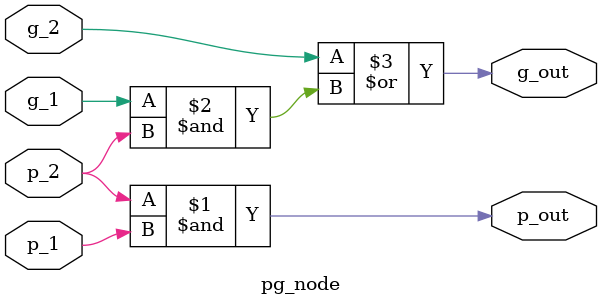
<source format=v>
module bk_adder_24bit (
    input  wire [23:0] a   ,
    input  wire [23:0] b   ,
    input  wire        cin ,
    output wire [23:0] sum ,
    output wire        cout
);
    
    wire p_cin;
    wire g_cin;
    wire p0_init;
    wire g0_init;

    wire [23:0] p;
    wire [23:0] g;

    wire [11:0] p_level1;
    wire [11:0] g_level1;

    wire [5:0] p_level2;
    wire [5:0] g_level2;

    wire [2:0] p_level3;
    wire [2:0] g_level3;

    wire p_level4;
    wire g_level4;

    wire p_level5;
    wire g_level5;

    wire [1:0] p_level6;
    wire [1:0] g_level6;

    wire [4:0] p_level7;
    wire [4:0] g_level7;

    wire [10:0] p_level8;
    wire [10:0] g_level8;

// generator P[23:0] G[23:0]
    
    
    assign p_cin = 1'b0;
    assign g_cin = cin;

    pg_gen i_pg_gen_0 (
        .a_i(a[0]),
        .b_i(b[0]),
        .p_i(p0_init),
        .g_i(g0_init)
    );

    pg_node i_pg_node_level0 (
        .p_1  (p_cin),
        .g_1  (g_cin),
        .p_2  (p0_init),
        .g_2  (g0_init),
        .p_out(p[0]),
        .g_out(g[0])
    );

    genvar i;
    generate
        for(i=1; i<24; i=i+1) begin
            pg_gen i_pg_gen (
                .a_i(a[i]), 
                .b_i(b[i]), 
                .p_i(p[i]), 
                .g_i(g[i])
            );
        end
    endgenerate

// level1 pg
    generate
        for(i=0; i<12; i=i+1) begin
            pg_node i_pg_node_level1 (
                .p_1(p[i*2]), 
                .g_1(g[i*2]), 
                .p_2(p[i*2 + 1]), 
                .g_2(g[i*2 + 1]), 
                .p_out(p_level1[i]), 
                .g_out(g_level1[i])
            );
 
        end
    endgenerate

// level2 pg
    generate
        for(i=0; i<6; i=i+1) begin
            pg_node i_pg_node_level2 (
                .p_1  (p_level1[i*2]),
                .g_1  (g_level1[i*2]),
                .p_2  (p_level1[i*2 + 1]),
                .g_2  (g_level1[i*2 + 1]),
                .p_out(p_level2[i]),
                .g_out(g_level2[i])
            );
        end
    endgenerate

// level3 pg 
    generate
        for(i=0; i<3; i=i+1) begin
            pg_node i_pg_node_level3 (
                .p_1  (p_level2[i*2]),
                .g_1  (g_level2[i*2]),
                .p_2  (p_level2[i*2 + 1]),
                .g_2  (g_level2[i*2 + 1]),
                .p_out(p_level3[i]),
                .g_out(g_level3[i])
            );
        end
    endgenerate

// level4 pg -> bit 15
    pg_node i_pg_node_level4 (
        .p_1  (p_level3[0]),
        .g_1  (g_level3[0]),
        .p_2  (p_level3[1]),
        .g_2  (g_level3[1]),
        .p_out(p_level4),
        .g_out(g_level4)
    );

// level5 pg -> bit 23
    pg_node i_pg_node_level5 (
        .p_1  (p_level4),
        .g_1  (g_level4),
        .p_2  (p_level3[2]),
        .g_2  (g_level3[2]),
        .p_out(p_level5),
        .g_out(g_level5)
    );

// level6 pg
    wire [1:0] p_level6_in_1;
    wire [1:0] g_level6_in_1;

    assign p_level6_in_1[0] = p_level3[0];
    assign g_level6_in_1[0] = g_level3[0];
    assign p_level6_in_1[1] = p_level4;
    assign g_level6_in_1[1] = g_level4;

    generate
        for(i=0; i<2; i=i+1) begin
            pg_node i_pg_node_level6 (
                .p_1  (p_level6_in_1[i]),
                .g_1  (g_level6_in_1[i]),
                .p_2  (p_level2[i*2+2]), // 2 or 4
                .g_2  (g_level2[i*2+2]), // 2 or 4
                .p_out(p_level6[i]),
                .g_out(g_level6[i])
            );
        end
    endgenerate

// level7 pg
    wire [4:0] p_level7_in_1;
    wire [4:0] g_level7_in_1;

    assign p_level7_in_1[0] = p_level2[0];
    assign g_level7_in_1[0] = g_level2[0];
    assign p_level7_in_1[1] = p_level3[0];
    assign g_level7_in_1[1] = g_level3[0];
    assign p_level7_in_1[2] = p_level6[0];
    assign g_level7_in_1[2] = g_level6[0];
    assign p_level7_in_1[3] = p_level4;
    assign g_level7_in_1[3] = g_level4;
    assign p_level7_in_1[4] = p_level6[1];
    assign g_level7_in_1[4] = g_level6[1];

    generate
        for(i=0; i<5; i=i+1) begin
            pg_node i_pg_node_level7 (
                .p_1  (p_level7_in_1[i]),
                .g_1  (g_level7_in_1[i]),
                .p_2  (p_level1[i*2 + 2]), // level1 2/4/6/8/10
                .g_2  (g_level1[i*2 + 2]),
                .p_out(p_level7[i]),
                .g_out(g_level7[i])
            );
        end
    endgenerate

// level8 pg
    wire [10:0] p_level8_in_1;
    wire [10:0] g_level8_in_1;

    assign p_level8_in_1[0] = p_level1[0];
    assign g_level8_in_1[0] = g_level1[0];
    assign p_level8_in_1[1] = p_level2[0];
    assign g_level8_in_1[1] = g_level2[0];
    assign p_level8_in_1[2] = p_level7[0];
    assign g_level8_in_1[2] = g_level7[0];
    assign p_level8_in_1[3] = p_level3[0];
    assign g_level8_in_1[3] = g_level3[0];
    assign p_level8_in_1[4] = p_level7[1];
    assign g_level8_in_1[4] = g_level7[1];
    assign p_level8_in_1[5] = p_level6[0];
    assign g_level8_in_1[5] = g_level6[0];
    assign p_level8_in_1[6] = p_level7[2];
    assign g_level8_in_1[6] = g_level7[2];
    assign p_level8_in_1[7] = p_level4;
    assign g_level8_in_1[7] = g_level4;
    assign p_level8_in_1[8] = p_level7[3];
    assign g_level8_in_1[8] = g_level7[3];
    assign p_level8_in_1[9] = p_level6[1];
    assign g_level8_in_1[9] = g_level6[1];
    assign p_level8_in_1[10] = p_level7[4];
    assign g_level8_in_1[10] = g_level7[4];

    generate
        for(i=0; i<11; i=i+1) begin
            pg_node i_pg_node_level8 (
                .p_1  (p_level8_in_1[i]),
                .g_1  (g_level8_in_1[i]),
                .p_2  (p[i*2 + 2]), // p 2/4/6/8/10/12/14/16/18/20/22
                .g_2  (g[i*2 + 2]),
                .p_out(p_level8[i]),
                .g_out(g_level8[i])
            );
        end
    endgenerate


// Sum and Cout generate
    wire [23:0] p_end;
    wire [23:0] g_end;
    wire [23:0] c_i;

    generate
        for(i=0; i<11; i=i+1) begin
            assign p_end[i*2 + 2] = p_level8[i];
            assign g_end[i*2 + 2] = g_level8[i];
        end
        for(i=0; i<5; i=i+1) begin
            assign p_end[i*4 + 5] = p_level7[i];
            assign g_end[i*4 + 5] = g_level7[i];
        end
        for(i=0; i<2; i=i+1) begin
            assign p_end[i*8 + 11] = p_level6[i];
            assign g_end[i*8 + 11] = g_level6[i];
        end
    endgenerate

    assign p_end[23] = p_level5;
    assign g_end[23] = g_level5;
    
    assign p_end[15] = p_level4;
    assign g_end[15] = g_level4;

    assign p_end[7] = p_level3[0];
    assign g_end[7] = g_level3[0];

    assign p_end[3] = p_level2[0];
    assign g_end[3] = g_level2[0];

    assign p_end[1] = p_level1[0];
    assign g_end[1] = g_level1[0];

    assign p_end[0] = p[0];
    assign g_end[0] = g[0];

// c[i] = G[i]
     assign c_i[23:0] = g_end[23:0];

    assign sum[0] = p0_init ^ cin;

    generate
        for(i=1; i<24; i=i+1) begin
            assign sum[i] = p[i] ^ c_i[i-1];
        end
    endgenerate

    assign cout = c_i[23];

endmodule


// pg_gen module for generate p & g by original input number A & B
module pg_gen (
    input wire a_i,
    input wire b_i,
    output wire p_i,
    output wire g_i
);

    assign p_i = a_i ^ b_i;
    assign g_i = a_i & b_i;

endmodule

// pg_node module for p' & g' merge with p'' & g'' to generate p & g of next level
module pg_node (
    input  wire p_1  ,
    input  wire g_1  ,
    input  wire p_2  ,
    input  wire g_2  ,
    output wire p_out,
    output wire g_out
);

    assign p_out = p_2 & p_1;
    assign g_out = g_2 | (g_1 & p_2);


endmodule
</source>
